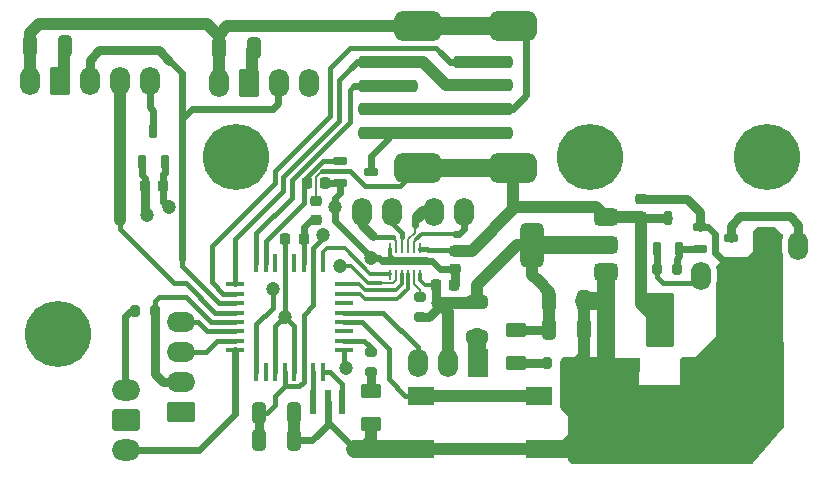
<source format=gbr>
%TF.GenerationSoftware,KiCad,Pcbnew,9.0.6*%
%TF.CreationDate,2026-01-16T11:33:12+01:00*%
%TF.ProjectId,PhatBoy_kicad_mark2025,50686174-426f-4795-9f6b-696361645f6d,rev?*%
%TF.SameCoordinates,Original*%
%TF.FileFunction,Copper,L1,Top*%
%TF.FilePolarity,Positive*%
%FSLAX46Y46*%
G04 Gerber Fmt 4.6, Leading zero omitted, Abs format (unit mm)*
G04 Created by KiCad (PCBNEW 9.0.6) date 2026-01-16 11:33:12*
%MOMM*%
%LPD*%
G01*
G04 APERTURE LIST*
G04 Aperture macros list*
%AMRoundRect*
0 Rectangle with rounded corners*
0 $1 Rounding radius*
0 $2 $3 $4 $5 $6 $7 $8 $9 X,Y pos of 4 corners*
0 Add a 4 corners polygon primitive as box body*
4,1,4,$2,$3,$4,$5,$6,$7,$8,$9,$2,$3,0*
0 Add four circle primitives for the rounded corners*
1,1,$1+$1,$2,$3*
1,1,$1+$1,$4,$5*
1,1,$1+$1,$6,$7*
1,1,$1+$1,$8,$9*
0 Add four rect primitives between the rounded corners*
20,1,$1+$1,$2,$3,$4,$5,0*
20,1,$1+$1,$4,$5,$6,$7,0*
20,1,$1+$1,$6,$7,$8,$9,0*
20,1,$1+$1,$8,$9,$2,$3,0*%
G04 Aperture macros list end*
%TA.AperFunction,SMDPad,CuDef*%
%ADD10RoundRect,0.225000X-0.225000X-0.250000X0.225000X-0.250000X0.225000X0.250000X-0.225000X0.250000X0*%
%TD*%
%TA.AperFunction,SMDPad,CuDef*%
%ADD11RoundRect,0.250000X0.625000X-0.375000X0.625000X0.375000X-0.625000X0.375000X-0.625000X-0.375000X0*%
%TD*%
%TA.AperFunction,SMDPad,CuDef*%
%ADD12RoundRect,0.200000X0.200000X0.275000X-0.200000X0.275000X-0.200000X-0.275000X0.200000X-0.275000X0*%
%TD*%
%TA.AperFunction,SMDPad,CuDef*%
%ADD13RoundRect,0.250000X-0.650000X0.325000X-0.650000X-0.325000X0.650000X-0.325000X0.650000X0.325000X0*%
%TD*%
%TA.AperFunction,SMDPad,CuDef*%
%ADD14RoundRect,0.162500X-0.447500X-0.162500X0.447500X-0.162500X0.447500X0.162500X-0.447500X0.162500X0*%
%TD*%
%TA.AperFunction,SMDPad,CuDef*%
%ADD15RoundRect,0.250000X-0.325000X-0.650000X0.325000X-0.650000X0.325000X0.650000X-0.325000X0.650000X0*%
%TD*%
%TA.AperFunction,SMDPad,CuDef*%
%ADD16R,0.279400X0.900000*%
%TD*%
%TA.AperFunction,SMDPad,CuDef*%
%ADD17R,4.000000X0.800000*%
%TD*%
%TA.AperFunction,SMDPad,CuDef*%
%ADD18RoundRect,0.162500X0.162500X-0.447500X0.162500X0.447500X-0.162500X0.447500X-0.162500X-0.447500X0*%
%TD*%
%TA.AperFunction,SMDPad,CuDef*%
%ADD19RoundRect,0.225000X0.250000X-0.225000X0.250000X0.225000X-0.250000X0.225000X-0.250000X-0.225000X0*%
%TD*%
%TA.AperFunction,SMDPad,CuDef*%
%ADD20RoundRect,0.625000X-1.375000X0.625000X-1.375000X-0.625000X1.375000X-0.625000X1.375000X0.625000X0*%
%TD*%
%TA.AperFunction,SMDPad,CuDef*%
%ADD21RoundRect,0.250000X-2.250000X0.250000X-2.250000X-0.250000X2.250000X-0.250000X2.250000X0.250000X0*%
%TD*%
%TA.AperFunction,WasherPad*%
%ADD22C,5.600000*%
%TD*%
%TA.AperFunction,SMDPad,CuDef*%
%ADD23RoundRect,0.375000X0.625000X0.375000X-0.625000X0.375000X-0.625000X-0.375000X0.625000X-0.375000X0*%
%TD*%
%TA.AperFunction,SMDPad,CuDef*%
%ADD24RoundRect,0.500000X0.500000X1.400000X-0.500000X1.400000X-0.500000X-1.400000X0.500000X-1.400000X0*%
%TD*%
%TA.AperFunction,ComponentPad*%
%ADD25O,1.700000X2.400000*%
%TD*%
%TA.AperFunction,ComponentPad*%
%ADD26RoundRect,0.250000X-0.600000X0.950000X-0.600000X-0.950000X0.600000X-0.950000X0.600000X0.950000X0*%
%TD*%
%TA.AperFunction,SMDPad,CuDef*%
%ADD27RoundRect,0.245000X-0.980000X2.055000X-0.980000X-2.055000X0.980000X-2.055000X0.980000X2.055000X0*%
%TD*%
%TA.AperFunction,SMDPad,CuDef*%
%ADD28RoundRect,0.200000X-0.275000X0.200000X-0.275000X-0.200000X0.275000X-0.200000X0.275000X0.200000X0*%
%TD*%
%TA.AperFunction,SMDPad,CuDef*%
%ADD29R,2.200000X1.500000*%
%TD*%
%TA.AperFunction,SMDPad,CuDef*%
%ADD30RoundRect,0.200000X-0.200000X-0.275000X0.200000X-0.275000X0.200000X0.275000X-0.200000X0.275000X0*%
%TD*%
%TA.AperFunction,ComponentPad*%
%ADD31O,2.400000X1.800000*%
%TD*%
%TA.AperFunction,ComponentPad*%
%ADD32RoundRect,0.250000X0.950000X-0.650000X0.950000X0.650000X-0.950000X0.650000X-0.950000X-0.650000X0*%
%TD*%
%TA.AperFunction,ComponentPad*%
%ADD33O,2.400000X1.700000*%
%TD*%
%TA.AperFunction,ComponentPad*%
%ADD34RoundRect,0.250000X-0.950000X-0.600000X0.950000X-0.600000X0.950000X0.600000X-0.950000X0.600000X0*%
%TD*%
%TA.AperFunction,SMDPad,CuDef*%
%ADD35R,0.600000X2.100000*%
%TD*%
%TA.AperFunction,SMDPad,CuDef*%
%ADD36R,0.450000X1.500000*%
%TD*%
%TA.AperFunction,SMDPad,CuDef*%
%ADD37R,1.500000X0.450000*%
%TD*%
%TA.AperFunction,ComponentPad*%
%ADD38RoundRect,0.250000X0.600000X-0.950000X0.600000X0.950000X-0.600000X0.950000X-0.600000X-0.950000X0*%
%TD*%
%TA.AperFunction,ComponentPad*%
%ADD39R,1.700000X2.400000*%
%TD*%
%TA.AperFunction,ViaPad*%
%ADD40C,1.200000*%
%TD*%
%TA.AperFunction,Conductor*%
%ADD41C,1.000000*%
%TD*%
%TA.AperFunction,Conductor*%
%ADD42C,0.400000*%
%TD*%
%TA.AperFunction,Conductor*%
%ADD43C,0.800000*%
%TD*%
%TA.AperFunction,Conductor*%
%ADD44C,1.500000*%
%TD*%
%TA.AperFunction,Conductor*%
%ADD45C,0.200000*%
%TD*%
%TA.AperFunction,Conductor*%
%ADD46C,0.600000*%
%TD*%
%TA.AperFunction,Conductor*%
%ADD47C,0.300000*%
%TD*%
G04 APERTURE END LIST*
D10*
%TO.P,R3,1*%
%TO.N,GND*%
X59220000Y-87000000D03*
%TO.P,R3,2*%
%TO.N,/IN_BATTERY*%
X60770000Y-87000000D03*
%TD*%
D11*
%TO.P,D2,1,K*%
%TO.N,GND*%
X66430000Y-102640000D03*
%TO.P,D2,2,A*%
%TO.N,Net-(D2-A)*%
X66430000Y-99840000D03*
%TD*%
D12*
%TO.P,R11,1*%
%TO.N,Net-(S1-S)*%
X92341176Y-89505686D03*
%TO.P,R11,2*%
%TO.N,Net-(J12-Pin_1)*%
X90691176Y-89505686D03*
%TD*%
D10*
%TO.P,R9,1*%
%TO.N,/LIGNE_CTRL*%
X61020000Y-82230000D03*
%TO.P,R9,2*%
%TO.N,GND*%
X62570000Y-82230000D03*
%TD*%
D13*
%TO.P,C8,1*%
%TO.N,+5V*%
X75480000Y-92300000D03*
%TO.P,C8,2*%
%TO.N,GND*%
X75480000Y-95250000D03*
%TD*%
D10*
%TO.P,C16,1*%
%TO.N,+5V*%
X71985000Y-90885000D03*
%TO.P,C16,2*%
%TO.N,GND*%
X73535000Y-90885000D03*
%TD*%
D14*
%TO.P,Q1,1,G*%
%TO.N,/LIGNE_CTRL*%
X63870000Y-80330000D03*
%TO.P,Q1,2,S*%
%TO.N,GND*%
X63870000Y-82230000D03*
%TO.P,Q1,3,D*%
%TO.N,Net-(J13-Pin_4)*%
X66490000Y-81280000D03*
%TD*%
D15*
%TO.P,C5,1*%
%TO.N,+5V*%
X53575000Y-70820000D03*
%TO.P,C5,2*%
%TO.N,GND*%
X56525000Y-70820000D03*
%TD*%
D16*
%TO.P,U4,1,VM*%
%TO.N,+BATT*%
X70589680Y-87705980D03*
%TO.P,U4,2,AOUT1*%
%TO.N,Net-(J3-Pin_1)*%
X70089300Y-87705980D03*
%TO.P,U4,3,AOUT2*%
%TO.N,Net-(J3-Pin_2)*%
X69588920Y-87705980D03*
%TO.P,U4,4,BOUT1*%
%TO.N,Net-(J4-Pin_1)*%
X69091080Y-87705980D03*
%TO.P,U4,5,BOUT2*%
%TO.N,Net-(J4-Pin_2)*%
X68590700Y-87705980D03*
D17*
%TO.P,U4,6,GND*%
%TO.N,GND*%
X69340000Y-88855000D03*
D16*
X68090320Y-87705980D03*
%TO.P,U4,7,BIN2/BEN*%
%TO.N,/BIN2*%
X68090320Y-90004020D03*
%TO.P,U4,8,BIN1/BPH*%
%TO.N,/BIN1*%
X68590700Y-90004020D03*
%TO.P,U4,9,AIN2/AEN*%
%TO.N,/AIN2*%
X69091080Y-90004020D03*
%TO.P,U4,10,AIN1/APH*%
%TO.N,/AIN1*%
X69588920Y-90004020D03*
%TO.P,U4,11,MODE*%
%TO.N,Net-(U4-MODE)*%
X70089300Y-90004020D03*
%TO.P,U4,12,VCC*%
%TO.N,+5V*%
X70589680Y-90004020D03*
%TD*%
D15*
%TO.P,C14,1*%
%TO.N,+5V*%
X57005000Y-103952233D03*
%TO.P,C14,2*%
%TO.N,GND*%
X59955000Y-103952233D03*
%TD*%
D18*
%TO.P,Q2,1,G*%
%TO.N,SHUT*%
X47090000Y-80470000D03*
%TO.P,Q2,2,S*%
%TO.N,GND*%
X48990000Y-80470000D03*
%TO.P,Q2,3,D*%
%TO.N,Net-(J1-Pin_1)*%
X48040000Y-77850000D03*
%TD*%
D19*
%TO.P,C2,1*%
%TO.N,+BATT*%
X89325000Y-85125000D03*
%TO.P,C2,2*%
%TO.N,GND*%
X89325000Y-83575000D03*
%TD*%
D20*
%TO.P,J13,*%
%TO.N,*%
X78510000Y-68960000D03*
X78510000Y-80960000D03*
D21*
%TO.P,J13,1,Pin_1*%
%TO.N,/CAPTLAVG*%
X75960000Y-71960000D03*
%TO.P,J13,2,Pin_2*%
%TO.N,/CAPTLAVD*%
X75960000Y-73960000D03*
%TO.P,J13,3,Pin_3*%
%TO.N,+5V*%
X75960000Y-75960000D03*
%TO.P,J13,4,Pin_4*%
%TO.N,Net-(J13-Pin_4)*%
X75960000Y-77960000D03*
%TD*%
D20*
%TO.P,J2,*%
%TO.N,*%
X70480000Y-68970000D03*
X70480000Y-80970000D03*
D21*
%TO.P,J2,1,Pin_1*%
%TO.N,/CAPTLAVD*%
X67930000Y-71970000D03*
%TO.P,J2,2,Pin_2*%
%TO.N,/CAPTAR*%
X67930000Y-73970000D03*
%TO.P,J2,3,Pin_3*%
%TO.N,+5V*%
X67930000Y-75970000D03*
%TO.P,J2,4,Pin_4*%
%TO.N,Net-(J13-Pin_4)*%
X67930000Y-77970000D03*
%TD*%
D22*
%TO.P,H1,*%
%TO.N,*%
X85000000Y-80000000D03*
%TD*%
%TO.P,H4,*%
%TO.N,*%
X40000000Y-95000000D03*
%TD*%
D23*
%TO.P,U3,1,GND*%
%TO.N,GND*%
X86390000Y-89740000D03*
%TO.P,U3,2,VO*%
%TO.N,+5V*%
X86390000Y-87440000D03*
D24*
X80090000Y-87440000D03*
D23*
%TO.P,U3,3,VI*%
%TO.N,+BATT*%
X86390000Y-85140000D03*
%TD*%
D25*
%TO.P,J11,1,Pin_1*%
%TO.N,Net-(J11-Pin_1)*%
X102650000Y-87525000D03*
D26*
%TO.P,J11,2,Pin_2*%
%TO.N,GND*%
X100110000Y-87525000D03*
%TD*%
D15*
%TO.P,C13,1*%
%TO.N,+5V*%
X81525000Y-94580000D03*
%TO.P,C13,2*%
%TO.N,GND*%
X84475000Y-94580000D03*
%TD*%
%TO.P,C6,1*%
%TO.N,+5V*%
X37595000Y-70630000D03*
%TO.P,C6,2*%
%TO.N,GND*%
X40545000Y-70630000D03*
%TD*%
D18*
%TO.P,S2,1,G*%
%TO.N,Net-(J12-Pin_1)*%
X90685412Y-87804984D03*
%TO.P,S2,2,S*%
%TO.N,Net-(S1-S)*%
X92585412Y-87804984D03*
%TO.P,S2,3,D*%
%TO.N,+BATT*%
X91635412Y-85184984D03*
%TD*%
D22*
%TO.P,H3,*%
%TO.N,*%
X100000000Y-80000000D03*
%TD*%
D27*
%TO.P,C1,1*%
%TO.N,+BATT*%
X90925000Y-93780000D03*
%TO.P,C1,2*%
%TO.N,GND*%
X90925000Y-102380000D03*
%TD*%
D28*
%TO.P,R6,1*%
%TO.N,/LED_B*%
X66430000Y-96570000D03*
%TO.P,R6,2*%
%TO.N,Net-(D2-A)*%
X66430000Y-98220000D03*
%TD*%
D19*
%TO.P,C15,1*%
%TO.N,GND*%
X73550000Y-89490000D03*
%TO.P,C15,2*%
%TO.N,+BATT*%
X73550000Y-87940000D03*
%TD*%
%TO.P,R1,1*%
%TO.N,/IN_BATTERY*%
X61800000Y-85315000D03*
%TO.P,R1,2*%
%TO.N,+BATT*%
X61800000Y-83765000D03*
%TD*%
D29*
%TO.P,SW1,1,1*%
%TO.N,GND*%
X80690000Y-104730000D03*
X70690000Y-104730000D03*
%TO.P,SW1,2,2*%
%TO.N,/BP_START*%
X80690000Y-100230000D03*
X70690000Y-100230000D03*
%TD*%
D30*
%TO.P,R5,1*%
%TO.N,Net-(D1-K)*%
X81370000Y-97480000D03*
%TO.P,R5,2*%
%TO.N,GND*%
X83020000Y-97480000D03*
%TD*%
D31*
%TO.P,U5,1,OUT*%
%TO.N,/REMOTE*%
X45699489Y-104807024D03*
D32*
%TO.P,U5,2,GND*%
%TO.N,GND*%
X45699489Y-102267024D03*
D31*
%TO.P,U5,3,Vs*%
%TO.N,+5V*%
X45699489Y-99727024D03*
%TD*%
D28*
%TO.P,R2,1*%
%TO.N,Net-(U4-MODE)*%
X70610000Y-91900000D03*
%TO.P,R2,2*%
%TO.N,+5V*%
X70610000Y-93550000D03*
%TD*%
D11*
%TO.P,D1,1,K*%
%TO.N,Net-(D1-K)*%
X78740000Y-97490000D03*
%TO.P,D1,2,A*%
%TO.N,+5V*%
X78740000Y-94690000D03*
%TD*%
D30*
%TO.P,R8,1*%
%TO.N,+5V*%
X46500432Y-93087835D03*
%TO.P,R8,2*%
%TO.N,/RST*%
X48150432Y-93087835D03*
%TD*%
D10*
%TO.P,R4,1*%
%TO.N,SHUT*%
X47325000Y-82470000D03*
%TO.P,R4,2*%
%TO.N,GND*%
X48875000Y-82470000D03*
%TD*%
D33*
%TO.P,J7,1,Pin_1*%
%TO.N,/RXD*%
X50393285Y-94002276D03*
%TO.P,J7,2,Pin_2*%
%TO.N,/TXD*%
X50393285Y-96542276D03*
%TO.P,J7,3,Pin_3*%
%TO.N,/RST*%
X50393285Y-99082276D03*
D34*
%TO.P,J7,4,Pin_4*%
%TO.N,GND*%
X50393285Y-101622276D03*
%TD*%
D35*
%TO.P,Y1,1,1*%
%TO.N,/XT1*%
X61595000Y-100750000D03*
%TO.P,Y1,2,2*%
%TO.N,GND*%
X62795000Y-100750000D03*
%TO.P,Y1,3,3*%
%TO.N,/XT2*%
X63995000Y-100750000D03*
%TD*%
D15*
%TO.P,C3,1*%
%TO.N,+5V*%
X81525000Y-92240000D03*
%TO.P,C3,2*%
%TO.N,GND*%
X84475000Y-92240000D03*
%TD*%
D14*
%TO.P,S1,1,G*%
%TO.N,GND*%
X94290000Y-85932500D03*
%TO.P,S1,2,S*%
%TO.N,Net-(S1-S)*%
X94290000Y-87832500D03*
%TO.P,S1,3,D*%
%TO.N,Net-(J11-Pin_1)*%
X96910000Y-86882500D03*
%TD*%
D36*
%TO.P,U1,1,(3/OC2B/INT1)PD3*%
%TO.N,/BIN1*%
X56770000Y-98190000D03*
%TO.P,U1,2,(4/T0)PD4*%
%TO.N,unconnected-(U1-(4{slash}T0)PD4-Pad2)*%
X57570000Y-98190000D03*
%TO.P,U1,3,GND*%
%TO.N,GND*%
X58370000Y-98190000D03*
%TO.P,U1,4,VCC*%
%TO.N,+5V*%
X59170000Y-98190000D03*
%TO.P,U1,5,GND*%
%TO.N,GND*%
X59970000Y-98190000D03*
%TO.P,U1,6,VCC*%
%TO.N,+5V*%
X60770000Y-98190000D03*
%TO.P,U1,7,(XTAL1)PB6*%
%TO.N,/XT1*%
X61570000Y-98190000D03*
%TO.P,U1,8,(XTAL2)PB7*%
%TO.N,/XT2*%
X62370000Y-98190000D03*
D37*
%TO.P,U1,9,(5/OC0B/T1)PD5*%
%TO.N,SHUT*%
X64170000Y-96390000D03*
%TO.P,U1,10,(6/OC0A/AIN0)PD6*%
%TO.N,/LED_B*%
X64170000Y-95590000D03*
%TO.P,U1,11,(7/AIN1)PD7*%
%TO.N,unconnected-(U1-(7{slash}AIN1)PD7-Pad11)*%
X64170000Y-94790000D03*
%TO.P,U1,12,(8)PB0*%
%TO.N,/BP_START*%
X64170000Y-93990000D03*
%TO.P,U1,13,(9/OC1A)PB1*%
%TO.N,/SERVO_G*%
X64170000Y-93190000D03*
%TO.P,U1,14,(10/OC1B/~{SS})PB2*%
%TO.N,unconnected-(U1-(10{slash}OC1B{slash}~{SS})PB2-Pad14)*%
X64170000Y-92390000D03*
%TO.P,U1,15,(11/OC2A/MOSI)PB3*%
%TO.N,/AIN1*%
X64170000Y-91590000D03*
%TO.P,U1,16,(12/MISO)PB4*%
%TO.N,/AIN2*%
X64170000Y-90790000D03*
D36*
%TO.P,U1,17,(13/SCK)PB5*%
%TO.N,/BIN2*%
X62370000Y-88990000D03*
%TO.P,U1,18,AVCC*%
%TO.N,+5V*%
X61570000Y-88990000D03*
%TO.P,U1,19,(A6)ADC6*%
%TO.N,/IN_BATTERY*%
X60770000Y-88990000D03*
%TO.P,U1,20,AREF*%
%TO.N,unconnected-(U1-AREF-Pad20)*%
X59970000Y-88990000D03*
%TO.P,U1,21,GND*%
%TO.N,GND*%
X59170000Y-88990000D03*
%TO.P,U1,22,(A7)ADC7*%
%TO.N,unconnected-(U1-(A7)ADC7-Pad22)*%
X58370000Y-88990000D03*
%TO.P,U1,23,(A0)PC0*%
%TO.N,/LIGNE_CTRL*%
X57570000Y-88990000D03*
%TO.P,U1,24,(A1)PC1*%
%TO.N,/CAPTAR*%
X56770000Y-88990000D03*
D37*
%TO.P,U1,25,(A2)PC2*%
%TO.N,/CAPTLAVD*%
X54970000Y-90790000D03*
%TO.P,U1,26,(A3)PC3*%
%TO.N,/CAPTLAVG*%
X54970000Y-91590000D03*
%TO.P,U1,27,(SDA/A4)PC4*%
%TO.N,SDA*%
X54970000Y-92390000D03*
%TO.P,U1,28,(SCL/A5)PC5*%
%TO.N,SCL*%
X54970000Y-93190000D03*
%TO.P,U1,29,(~{RESET})PC6*%
%TO.N,/RST*%
X54970000Y-93990000D03*
%TO.P,U1,30,(0/RXD)PD0*%
%TO.N,/RXD*%
X54970000Y-94790000D03*
%TO.P,U1,31,(1/TXD)PD1*%
%TO.N,/TXD*%
X54970000Y-95590000D03*
%TO.P,U1,32,(2/INT0)PD2*%
%TO.N,/REMOTE*%
X54970000Y-96390000D03*
%TD*%
D15*
%TO.P,C4,1*%
%TO.N,+5V*%
X57005000Y-101672233D03*
%TO.P,C4,2*%
%TO.N,GND*%
X59955000Y-101672233D03*
%TD*%
D22*
%TO.P,H2,*%
%TO.N,*%
X55000000Y-80000000D03*
%TD*%
D25*
%TO.P,J6,1,Pin_1*%
%TO.N,SCL*%
X61250000Y-73725000D03*
%TO.P,J6,2,Pin_2*%
%TO.N,SDA*%
X58710000Y-73725000D03*
D38*
%TO.P,J6,3,Pin_3*%
%TO.N,GND*%
X56170000Y-73725000D03*
D25*
%TO.P,J6,4,Pin_4*%
%TO.N,+5V*%
X53630000Y-73725000D03*
%TD*%
%TO.P,J12,1,Pin_1*%
%TO.N,Net-(J12-Pin_1)*%
X94375000Y-90075000D03*
D26*
%TO.P,J12,2,Pin_2*%
%TO.N,GND*%
X96915000Y-90075000D03*
%TD*%
D25*
%TO.P,J1,1,Pin_1*%
%TO.N,Net-(J1-Pin_1)*%
X47737206Y-73544687D03*
%TO.P,J1,2,Pin_2*%
%TO.N,SCL*%
X45197206Y-73544687D03*
%TO.P,J1,3,Pin_3*%
%TO.N,SDA*%
X42657206Y-73544687D03*
D38*
%TO.P,J1,4,Pin_4*%
%TO.N,GND*%
X40117206Y-73544687D03*
D25*
%TO.P,J1,5,Pin_5*%
%TO.N,+5V*%
X37577206Y-73544687D03*
%TD*%
%TO.P,J3,1,Pin_1*%
%TO.N,Net-(J3-Pin_1)*%
X74350000Y-84690000D03*
%TO.P,J3,2,Pin_2*%
%TO.N,Net-(J3-Pin_2)*%
X71810000Y-84690000D03*
%TD*%
%TO.P,J4,1,Pin_1*%
%TO.N,Net-(J4-Pin_1)*%
X68240000Y-84690000D03*
%TO.P,J4,2,Pin_2*%
%TO.N,Net-(J4-Pin_2)*%
X65700000Y-84690000D03*
%TD*%
%TO.P,J8,1,Pin_1*%
%TO.N,/SERVO_G*%
X70430000Y-97485000D03*
%TO.P,J8,2,Pin_2*%
%TO.N,+5V*%
X72970000Y-97485000D03*
D39*
%TO.P,J8,3,Pin_3*%
%TO.N,GND*%
X75510000Y-97485000D03*
%TD*%
D40*
%TO.N,GND*%
X49370000Y-84290000D03*
X65085000Y-104740000D03*
X94430000Y-104710000D03*
X66457178Y-88593674D03*
X63410000Y-84230000D03*
X59170000Y-93550000D03*
%TO.N,+5V*%
X62445000Y-86642063D03*
X72165000Y-92365000D03*
%TO.N,/BIN1*%
X63870000Y-89275000D03*
X58142737Y-91193775D03*
%TO.N,SHUT*%
X64360000Y-97890000D03*
X47530000Y-84970000D03*
%TD*%
D41*
%TO.N,+BATT*%
X78675000Y-84275000D02*
X78510000Y-84110000D01*
X87670000Y-85125000D02*
X89325000Y-85125000D01*
X86762500Y-85125000D02*
X87670000Y-85125000D01*
D42*
X73525000Y-87915000D02*
X73550000Y-87940000D01*
D41*
X78510000Y-84110000D02*
X78510000Y-80960000D01*
X85525000Y-84275000D02*
X78675000Y-84275000D01*
D42*
X64700000Y-81230000D02*
X65970000Y-82500000D01*
D43*
X91635412Y-85184984D02*
X89384984Y-85184984D01*
D44*
X78510000Y-80960000D02*
X70490000Y-80960000D01*
D42*
X68950000Y-82500000D02*
X70480000Y-80970000D01*
D41*
X87670000Y-85125000D02*
X87655000Y-85140000D01*
D42*
X71170980Y-87805980D02*
X71280000Y-87915000D01*
X65970000Y-82500000D02*
X68950000Y-82500000D01*
X71170980Y-87805980D02*
X70630000Y-87805980D01*
D41*
X87655000Y-85140000D02*
X86390000Y-85140000D01*
D45*
X62316700Y-81230000D02*
X61800000Y-81746700D01*
D41*
X70490000Y-80960000D02*
X70480000Y-80970000D01*
D42*
X71280000Y-87915000D02*
X73525000Y-87915000D01*
X70480000Y-80970000D02*
X68950000Y-80970000D01*
D41*
X75010000Y-87940000D02*
X73550000Y-87940000D01*
X86390000Y-85140000D02*
X85525000Y-84275000D01*
D45*
X89384984Y-85184984D02*
X89325000Y-85125000D01*
X61800000Y-81746700D02*
X61800000Y-83765000D01*
D42*
X62316700Y-81230000D02*
X64700000Y-81230000D01*
D41*
X89325000Y-92505000D02*
X89325000Y-85125000D01*
X78675000Y-84275000D02*
X75010000Y-87940000D01*
X90900000Y-94080000D02*
X89325000Y-92505000D01*
D44*
%TO.N,GND*%
X85830000Y-92240000D02*
X86390000Y-91680000D01*
D46*
X73550000Y-90870000D02*
X73535000Y-90885000D01*
D44*
X75480000Y-97455000D02*
X75510000Y-97485000D01*
D46*
X62820000Y-100775000D02*
X62795000Y-100750000D01*
D44*
X75480000Y-95250000D02*
X75480000Y-97455000D01*
D46*
X48875000Y-83795000D02*
X49370000Y-84290000D01*
D44*
X86380000Y-97560000D02*
X86805000Y-97985000D01*
D42*
X58370000Y-94350000D02*
X58370000Y-98200000D01*
D41*
X80680000Y-104740000D02*
X80690000Y-104730000D01*
D44*
X84070000Y-102130000D02*
X84020000Y-102080000D01*
D46*
X48990000Y-81360000D02*
X48875000Y-81475000D01*
D41*
X84475000Y-94580000D02*
X84475000Y-92240000D01*
D42*
X59955000Y-98215000D02*
X59970000Y-98200000D01*
D46*
X59957233Y-103950000D02*
X61510000Y-103950000D01*
D44*
X86805000Y-97985000D02*
X90900000Y-102080000D01*
D41*
X40470000Y-70705000D02*
X40470000Y-73191893D01*
X84475000Y-96895000D02*
X84475000Y-94580000D01*
D46*
X48875000Y-82470000D02*
X48875000Y-83795000D01*
D44*
X80690000Y-104730000D02*
X82970000Y-104730000D01*
D46*
X63850000Y-82250000D02*
X63870000Y-82230000D01*
X95600000Y-88110000D02*
X96915000Y-89425000D01*
X66135000Y-88175000D02*
X63410000Y-85450000D01*
D43*
X93205000Y-83575000D02*
X89325000Y-83575000D01*
D46*
X69340000Y-88855000D02*
X71650000Y-88855000D01*
X63410000Y-83510000D02*
X63850000Y-83070000D01*
X66457178Y-88593674D02*
X67118674Y-88593674D01*
D43*
X73550000Y-89490000D02*
X73550000Y-90870000D01*
D44*
X84020000Y-102080000D02*
X86630000Y-102080000D01*
X92720000Y-102080000D02*
X90900000Y-102080000D01*
D46*
X94290000Y-85932500D02*
X95032500Y-85932500D01*
D41*
X83020000Y-97480000D02*
X83020000Y-101080000D01*
D46*
X59955000Y-103952233D02*
X59957233Y-103950000D01*
D41*
X70690000Y-104730000D02*
X70700000Y-104740000D01*
D46*
X63850000Y-83070000D02*
X63850000Y-82250000D01*
D44*
X86390000Y-89740000D02*
X86380000Y-89750000D01*
D46*
X48990000Y-80470000D02*
X48990000Y-81360000D01*
D41*
X83020000Y-97480000D02*
X83890000Y-97480000D01*
X66430000Y-104000000D02*
X65690000Y-104740000D01*
X86300000Y-97480000D02*
X86805000Y-97985000D01*
D46*
X40470000Y-73191893D02*
X40117206Y-73544687D01*
D42*
X59220000Y-87000000D02*
X59220000Y-88940000D01*
D46*
X48875000Y-81475000D02*
X48875000Y-82470000D01*
D41*
X83020000Y-101080000D02*
X84020000Y-102080000D01*
D46*
X56525000Y-70820000D02*
X56420000Y-70925000D01*
X56420000Y-73222645D02*
X56080000Y-73562645D01*
X40545000Y-70630000D02*
X40470000Y-70705000D01*
D44*
X86390000Y-91680000D02*
X86390000Y-89740000D01*
X86630000Y-102080000D02*
X90900000Y-102080000D01*
D47*
X68547500Y-88855000D02*
X69340000Y-88855000D01*
D41*
X83020000Y-97480000D02*
X86300000Y-97480000D01*
D46*
X61848354Y-103611646D02*
X61858354Y-103611646D01*
D41*
X65690000Y-104740000D02*
X65085000Y-104740000D01*
D44*
X96915000Y-97885000D02*
X92720000Y-102080000D01*
D46*
X62820000Y-102475000D02*
X62820000Y-100775000D01*
X95600000Y-86500000D02*
X95600000Y-88110000D01*
D44*
X70680000Y-104740000D02*
X70690000Y-104730000D01*
D41*
X70700000Y-104740000D02*
X80680000Y-104740000D01*
D44*
X84070000Y-103630000D02*
X84070000Y-102130000D01*
D46*
X67118674Y-88593674D02*
X67380000Y-88855000D01*
D41*
X66430000Y-102640000D02*
X66430000Y-104000000D01*
X56420000Y-70925000D02*
X56420000Y-73222645D01*
D44*
X86380000Y-89750000D02*
X86380000Y-97560000D01*
X65085000Y-104740000D02*
X70680000Y-104740000D01*
D42*
X59170000Y-93550000D02*
X59170000Y-89000000D01*
D47*
X68090320Y-88397820D02*
X68547500Y-88855000D01*
D46*
X62820000Y-102475000D02*
X65085000Y-104740000D01*
X61510000Y-103950000D02*
X61848354Y-103611646D01*
X96915000Y-89425000D02*
X96915000Y-90075000D01*
X63410000Y-84230000D02*
X63410000Y-83510000D01*
D45*
X59220000Y-88940000D02*
X59170000Y-88990000D01*
D46*
X66457178Y-88593674D02*
X66135000Y-88271496D01*
D41*
X83890000Y-97480000D02*
X84475000Y-96895000D01*
D44*
X84475000Y-92240000D02*
X85830000Y-92240000D01*
D45*
X90790000Y-101970000D02*
X90900000Y-102080000D01*
D47*
X68090320Y-87805980D02*
X68090320Y-88397820D01*
D43*
X94290000Y-85932500D02*
X94290000Y-84660000D01*
D46*
X62820000Y-102650000D02*
X62820000Y-102475000D01*
X61858354Y-103611646D02*
X62820000Y-102650000D01*
X71650000Y-88855000D02*
X72285000Y-89490000D01*
X95032500Y-85932500D02*
X95600000Y-86500000D01*
D41*
X59955000Y-101672233D02*
X59955000Y-103952233D01*
D44*
X82970000Y-104730000D02*
X84070000Y-103630000D01*
D46*
X66135000Y-88271496D02*
X66135000Y-88175000D01*
D42*
X59170000Y-93550000D02*
X58370000Y-94350000D01*
D44*
X96915000Y-90075000D02*
X96915000Y-97885000D01*
D46*
X67380000Y-88855000D02*
X69340000Y-88855000D01*
X72285000Y-89490000D02*
X73550000Y-89490000D01*
X63870000Y-82230000D02*
X62570000Y-82230000D01*
D42*
X59170000Y-93550000D02*
X59970000Y-94350000D01*
D43*
X94290000Y-84660000D02*
X93205000Y-83575000D01*
D42*
X59970000Y-94350000D02*
X59970000Y-98200000D01*
D46*
X63410000Y-85450000D02*
X63410000Y-84230000D01*
%TO.N,+5V*%
X46112165Y-93087835D02*
X45680000Y-93520000D01*
D43*
X71985000Y-92185000D02*
X71985000Y-90885000D01*
D46*
X78460000Y-75960000D02*
X75960000Y-75960000D01*
D42*
X60770000Y-93375000D02*
X60770000Y-99050000D01*
D46*
X78500000Y-68970000D02*
X78510000Y-68960000D01*
D43*
X57005000Y-103952233D02*
X57005000Y-101672233D01*
D42*
X58320000Y-100275000D02*
X59170000Y-99425000D01*
D41*
X53575000Y-69685000D02*
X54290000Y-68970000D01*
D46*
X37595000Y-73526893D02*
X37577206Y-73544687D01*
D41*
X37595000Y-70630000D02*
X37595000Y-69550262D01*
X67930000Y-75970000D02*
X75950000Y-75970000D01*
D42*
X60770000Y-99050000D02*
X60395000Y-99425000D01*
D46*
X78510000Y-68960000D02*
X79610000Y-70060000D01*
D42*
X62445000Y-86845000D02*
X61570000Y-87720000D01*
D41*
X53575000Y-69765000D02*
X53575000Y-70820000D01*
D43*
X80090000Y-87440000D02*
X80090000Y-88090000D01*
X71385000Y-93550000D02*
X70610000Y-93550000D01*
D41*
X75480000Y-90820000D02*
X78860000Y-87440000D01*
X38365262Y-68780000D02*
X52590000Y-68780000D01*
D43*
X78740000Y-94690000D02*
X81415000Y-94690000D01*
D41*
X81525000Y-92240000D02*
X81525000Y-91415000D01*
D46*
X79610000Y-70060000D02*
X79610000Y-74810000D01*
D43*
X81415000Y-94690000D02*
X81525000Y-94580000D01*
D41*
X75950000Y-75970000D02*
X75960000Y-75960000D01*
X81525000Y-91415000D02*
X80660000Y-90550000D01*
X37595000Y-70630000D02*
X37595000Y-73526893D01*
D42*
X61570000Y-92575000D02*
X60770000Y-93375000D01*
D41*
X75415000Y-92365000D02*
X75480000Y-92300000D01*
D42*
X59170000Y-99425000D02*
X59170000Y-98200000D01*
D41*
X53575000Y-70820000D02*
X53575000Y-73527645D01*
X80660000Y-90550000D02*
X80660000Y-90540000D01*
D43*
X72165000Y-92365000D02*
X72175000Y-92365000D01*
D42*
X60395000Y-99425000D02*
X59170000Y-99425000D01*
X58320000Y-101050000D02*
X58320000Y-100275000D01*
D46*
X46500432Y-93087835D02*
X46112165Y-93087835D01*
D41*
X72970000Y-97485000D02*
X72970000Y-93170000D01*
D46*
X45680000Y-99707535D02*
X45699489Y-99727024D01*
D41*
X72970000Y-93170000D02*
X72165000Y-92365000D01*
X81525000Y-94580000D02*
X81525000Y-92240000D01*
X52590000Y-68780000D02*
X53575000Y-69765000D01*
D42*
X57697767Y-101672233D02*
X58320000Y-101050000D01*
D46*
X79610000Y-74810000D02*
X78460000Y-75960000D01*
D42*
X46505000Y-93083267D02*
X46500432Y-93087835D01*
D43*
X72165000Y-92365000D02*
X71985000Y-92185000D01*
D46*
X45680000Y-93520000D02*
X45680000Y-99707535D01*
D41*
X80090000Y-89970000D02*
X80660000Y-90540000D01*
X37595000Y-69550262D02*
X38365262Y-68780000D01*
D42*
X61570000Y-87720000D02*
X61570000Y-92575000D01*
X62445000Y-86642063D02*
X62445000Y-86845000D01*
D41*
X72165000Y-92365000D02*
X75415000Y-92365000D01*
X80090000Y-87440000D02*
X80090000Y-89970000D01*
D46*
X53575000Y-73527645D02*
X53540000Y-73562645D01*
D47*
X70589680Y-89904020D02*
X70589680Y-90439680D01*
D44*
X80090000Y-87440000D02*
X86390000Y-87440000D01*
D43*
X72165000Y-92365000D02*
X72165000Y-92770000D01*
D44*
X70480000Y-68970000D02*
X78500000Y-68970000D01*
D47*
X70589680Y-90439680D02*
X71035000Y-90885000D01*
D41*
X75480000Y-92300000D02*
X75480000Y-90820000D01*
D43*
X72165000Y-92770000D02*
X71385000Y-93550000D01*
D41*
X54290000Y-68970000D02*
X70480000Y-68970000D01*
D42*
X57005000Y-101672233D02*
X57697767Y-101672233D01*
D41*
X53575000Y-70820000D02*
X53575000Y-69685000D01*
D47*
X71035000Y-90885000D02*
X71985000Y-90885000D01*
D41*
X78860000Y-87440000D02*
X80090000Y-87440000D01*
D46*
%TO.N,Net-(J13-Pin_4)*%
X67930000Y-78480000D02*
X67930000Y-77970000D01*
X66490000Y-79920000D02*
X67930000Y-78480000D01*
D41*
X67940000Y-77960000D02*
X67930000Y-77970000D01*
X75960000Y-77960000D02*
X67940000Y-77960000D01*
D46*
X66490000Y-81280000D02*
X66490000Y-79920000D01*
D42*
%TO.N,/CAPTAR*%
X56770000Y-87760000D02*
X56770000Y-88990000D01*
X64650000Y-74320000D02*
X64650000Y-77090000D01*
X59760000Y-83450000D02*
X56760000Y-86450000D01*
X56760000Y-86450000D02*
X56760000Y-87750000D01*
X65000000Y-73970000D02*
X64650000Y-74320000D01*
D46*
X65000000Y-73970000D02*
X67930000Y-73970000D01*
D42*
X64650000Y-77090000D02*
X59760000Y-81980000D01*
X59760000Y-81980000D02*
X59760000Y-83450000D01*
X56760000Y-87750000D02*
X56770000Y-87760000D01*
D45*
%TO.N,Net-(J3-Pin_2)*%
X69588920Y-87001080D02*
X70160000Y-86430000D01*
D41*
X70410000Y-85110000D02*
X70830000Y-84690000D01*
D46*
X70410000Y-85110000D02*
X70160000Y-85360000D01*
D45*
X69588920Y-87805980D02*
X69588920Y-87001080D01*
X70160000Y-86430000D02*
X70160000Y-85790000D01*
D41*
X70830000Y-84690000D02*
X71810000Y-84690000D01*
D46*
X70160000Y-85360000D02*
X70160000Y-85790000D01*
D45*
%TO.N,Net-(J3-Pin_1)*%
X70313440Y-86990000D02*
X70089300Y-87214140D01*
D47*
X70803440Y-86500000D02*
X70313440Y-86990000D01*
D45*
X70089300Y-87214140D02*
X70089300Y-87805980D01*
D46*
X73950000Y-86500000D02*
X74350000Y-86100000D01*
D47*
X73570000Y-86500000D02*
X70803440Y-86500000D01*
D46*
X73570000Y-86500000D02*
X73950000Y-86500000D01*
X74350000Y-86100000D02*
X74350000Y-84690000D01*
D43*
%TO.N,Net-(J4-Pin_2)*%
X65700000Y-85780000D02*
X66670000Y-86750000D01*
D42*
X68070000Y-86810000D02*
X66730000Y-86810000D01*
X66730000Y-86810000D02*
X66670000Y-86750000D01*
D43*
X65700000Y-84420000D02*
X65700000Y-85780000D01*
D45*
X68590700Y-87100700D02*
X68590700Y-87805980D01*
X68300000Y-86810000D02*
X68590700Y-87100700D01*
D42*
X68070000Y-86810000D02*
X68300000Y-86810000D01*
%TO.N,Net-(J4-Pin_1)*%
X68240000Y-85620000D02*
X68240000Y-84690000D01*
X69091080Y-86471080D02*
X68240000Y-85620000D01*
X69091080Y-86821080D02*
X69091080Y-86471080D01*
D45*
X69091080Y-87805980D02*
X69091080Y-86821080D01*
D42*
%TO.N,/RXD*%
X51802276Y-94002276D02*
X50393285Y-94002276D01*
X52590000Y-94790000D02*
X51802276Y-94002276D01*
X54970000Y-94790000D02*
X52590000Y-94790000D01*
D43*
%TO.N,/RST*%
X48150432Y-98350432D02*
X48150432Y-93087835D01*
D42*
X52940000Y-93990000D02*
X54970000Y-93990000D01*
D43*
X48882276Y-99082276D02*
X48150432Y-98350432D01*
X50393285Y-99082276D02*
X48882276Y-99082276D01*
D42*
X48150432Y-93087835D02*
X48150432Y-92228199D01*
X50837552Y-91887552D02*
X52940000Y-93990000D01*
X48491079Y-91887552D02*
X50837552Y-91887552D01*
X48150432Y-92228199D02*
X48491079Y-91887552D01*
%TO.N,/TXD*%
X50393285Y-96542276D02*
X52497724Y-96542276D01*
X53450000Y-95590000D02*
X54970000Y-95590000D01*
X52497724Y-96542276D02*
X53450000Y-95590000D01*
D43*
%TO.N,Net-(J11-Pin_1)*%
X97720000Y-85010000D02*
X101910000Y-85010000D01*
X96910000Y-86882500D02*
X96910000Y-85820000D01*
X96910000Y-85820000D02*
X97720000Y-85010000D01*
X102650000Y-85750000D02*
X102650000Y-87525000D01*
X101910000Y-85010000D02*
X102650000Y-85750000D01*
D42*
%TO.N,/CAPTLAVG*%
X58330000Y-82230000D02*
X52990000Y-87570000D01*
D46*
X73150000Y-71960000D02*
X75960000Y-71960000D01*
D42*
X52990000Y-87570000D02*
X52990000Y-90610000D01*
X71980000Y-70790000D02*
X64670000Y-70790000D01*
X58330000Y-81180000D02*
X58330000Y-82230000D01*
X52990000Y-90610000D02*
X53970000Y-91590000D01*
X64670000Y-70790000D02*
X62960000Y-72500000D01*
X53970000Y-91590000D02*
X54970000Y-91590000D01*
X62960000Y-72500000D02*
X62960000Y-76550000D01*
D46*
X72410000Y-71220000D02*
X73150000Y-71960000D01*
D42*
X62960000Y-76550000D02*
X58330000Y-81180000D01*
X72410000Y-71220000D02*
X71980000Y-70790000D01*
%TO.N,/CAPTLAVD*%
X54990000Y-90770000D02*
X54970000Y-90790000D01*
X64860000Y-72380000D02*
X63770000Y-73470000D01*
X59020000Y-81740000D02*
X59020000Y-82920000D01*
D46*
X65270000Y-71970000D02*
X64860000Y-72380000D01*
D41*
X72860000Y-73960000D02*
X70870000Y-71970000D01*
D42*
X63770000Y-73470000D02*
X63770000Y-76990000D01*
X63770000Y-76990000D02*
X59020000Y-81740000D01*
X54990000Y-86950000D02*
X54990000Y-90770000D01*
D41*
X70870000Y-71970000D02*
X67930000Y-71970000D01*
D46*
X67930000Y-71970000D02*
X65270000Y-71970000D01*
D41*
X75960000Y-73960000D02*
X72860000Y-73960000D01*
D42*
X59020000Y-82920000D02*
X54990000Y-86950000D01*
D45*
%TO.N,Net-(U4-MODE)*%
X70610000Y-91300000D02*
X70610000Y-91900000D01*
X70089300Y-89904020D02*
X70089300Y-90779300D01*
X70089300Y-90779300D02*
X70610000Y-91300000D01*
D46*
%TO.N,Net-(S1-S)*%
X92585412Y-87804984D02*
X92585412Y-88394588D01*
X92341176Y-88638824D02*
X92341176Y-89505686D01*
X92585412Y-88394588D02*
X92341176Y-88638824D01*
X94262484Y-87804984D02*
X94290000Y-87832500D01*
X92585412Y-87804984D02*
X94262484Y-87804984D01*
D42*
%TO.N,/BP_START*%
X70690000Y-100230000D02*
X69380000Y-100230000D01*
X69380000Y-100230000D02*
X67977909Y-98827909D01*
X67977909Y-96311361D02*
X65666548Y-94000000D01*
D41*
X70690000Y-100230000D02*
X80690000Y-100230000D01*
D42*
X67977909Y-98827909D02*
X67977909Y-96311361D01*
X65666548Y-94000000D02*
X64170000Y-94000000D01*
D47*
%TO.N,/BIN2*%
X62370000Y-88990000D02*
X62370000Y-88090000D01*
X62370000Y-88090000D02*
X62730000Y-87730000D01*
X62730000Y-87730000D02*
X64250000Y-87730000D01*
X64250000Y-87730000D02*
X66424020Y-89904020D01*
X66424020Y-89904020D02*
X68090320Y-89904020D01*
D46*
%TO.N,/REMOTE*%
X54970000Y-101799752D02*
X54970000Y-96390000D01*
X51939752Y-104830000D02*
X54970000Y-101799752D01*
X45722465Y-104830000D02*
X51939752Y-104830000D01*
X45699489Y-104807024D02*
X45722465Y-104830000D01*
D42*
%TO.N,/LIGNE_CTRL*%
X60770000Y-83910000D02*
X60770000Y-82480000D01*
X61020000Y-81676758D02*
X61020000Y-82230000D01*
X57570000Y-87110000D02*
X60770000Y-83910000D01*
X62366758Y-80330000D02*
X61020000Y-81676758D01*
X63870000Y-80330000D02*
X62366758Y-80330000D01*
X57570000Y-88990000D02*
X57570000Y-87110000D01*
X60770000Y-82480000D02*
X61020000Y-82230000D01*
D46*
%TO.N,/IN_BATTERY*%
X61800000Y-85315000D02*
X61795000Y-85320000D01*
D42*
X60770000Y-87000000D02*
X60770000Y-88990000D01*
D46*
X60770000Y-85930000D02*
X60770000Y-87000000D01*
X61795000Y-85320000D02*
X61380000Y-85320000D01*
X61380000Y-85320000D02*
X60770000Y-85930000D01*
D47*
%TO.N,/AIN2*%
X68570000Y-91300000D02*
X65928520Y-91300000D01*
X69091080Y-89904020D02*
X69091080Y-90778920D01*
X65428521Y-90800000D02*
X64170000Y-90800000D01*
X65928520Y-91300000D02*
X65428521Y-90800000D01*
X69091080Y-90778920D02*
X68570000Y-91300000D01*
D43*
%TO.N,SDA*%
X43460000Y-70990000D02*
X42657206Y-71792794D01*
D46*
X50470000Y-73690000D02*
X50470000Y-76800000D01*
X50470000Y-73060000D02*
X50470000Y-73690000D01*
X51350000Y-75920000D02*
X50470000Y-76800000D01*
D43*
X49390000Y-71860000D02*
X48520000Y-70990000D01*
D42*
X53620000Y-92390000D02*
X54970000Y-92390000D01*
D46*
X58620000Y-75440000D02*
X58140000Y-75920000D01*
D42*
X50470000Y-89240000D02*
X53620000Y-92390000D01*
D43*
X48520000Y-70990000D02*
X43460000Y-70990000D01*
D46*
X58620000Y-73562645D02*
X58620000Y-75440000D01*
X58140000Y-75920000D02*
X51350000Y-75920000D01*
D43*
X42657206Y-71792794D02*
X42657206Y-73544687D01*
D42*
X50470000Y-88620000D02*
X50470000Y-89240000D01*
D46*
X50470000Y-73690000D02*
X50470000Y-72940000D01*
X50470000Y-72940000D02*
X48520000Y-70990000D01*
X50470000Y-76800000D02*
X50470000Y-88620000D01*
D42*
%TO.N,/XT2*%
X63995000Y-100750000D02*
X64020000Y-100725000D01*
X63020000Y-98200000D02*
X62370000Y-98200000D01*
X64020000Y-99200000D02*
X63020000Y-98200000D01*
X64020000Y-100725000D02*
X64020000Y-99200000D01*
D47*
%TO.N,/AIN1*%
X68680000Y-92080000D02*
X69592080Y-91167920D01*
X66000000Y-92080000D02*
X68680000Y-92080000D01*
X64170000Y-91590000D02*
X65510000Y-91590000D01*
X69592080Y-91167920D02*
X69592080Y-89904020D01*
X65510000Y-91590000D02*
X66000000Y-92080000D01*
D42*
%TO.N,/BIN1*%
X56770000Y-94190000D02*
X56770000Y-98200000D01*
D47*
X66190000Y-90680000D02*
X64785000Y-89275000D01*
D45*
X68366119Y-90683011D02*
X68590700Y-90458430D01*
D42*
X58140000Y-92820000D02*
X56770000Y-94190000D01*
D45*
X68590700Y-90458430D02*
X68590700Y-89904020D01*
D42*
X58142737Y-91193775D02*
X58140000Y-91196512D01*
D45*
X67275540Y-90680000D02*
X67278551Y-90683011D01*
D47*
X67275540Y-90680000D02*
X66190000Y-90680000D01*
X64785000Y-89275000D02*
X63870000Y-89275000D01*
D45*
X67278551Y-90683011D02*
X68366119Y-90683011D01*
D42*
X58140000Y-91196512D02*
X58140000Y-92820000D01*
%TO.N,SHUT*%
X64170000Y-97700000D02*
X64360000Y-97890000D01*
D46*
X47325000Y-82470000D02*
X47325000Y-81765000D01*
D43*
X47320000Y-82475000D02*
X47325000Y-82470000D01*
X47530000Y-84970000D02*
X47320000Y-84760000D01*
D46*
X47325000Y-81765000D02*
X47090000Y-81530000D01*
D42*
X64170000Y-96390000D02*
X64170000Y-97700000D01*
D46*
X47090000Y-81530000D02*
X47090000Y-80470000D01*
D43*
X47320000Y-84760000D02*
X47320000Y-82475000D01*
D41*
%TO.N,SCL*%
X45197206Y-85317206D02*
X45197206Y-73544687D01*
D42*
X45197206Y-86107206D02*
X49820000Y-90730000D01*
X45197206Y-85317206D02*
X45197206Y-86107206D01*
X53290000Y-93190000D02*
X54970000Y-93190000D01*
X49820000Y-90730000D02*
X50830000Y-90730000D01*
X50830000Y-90730000D02*
X53290000Y-93190000D01*
%TO.N,/XT1*%
X61595000Y-100750000D02*
X61570000Y-100725000D01*
X61570000Y-100725000D02*
X61570000Y-98200000D01*
%TO.N,/SERVO_G*%
X70430000Y-96120000D02*
X70430000Y-97485000D01*
X67510000Y-93200000D02*
X70430000Y-96120000D01*
X64170000Y-93200000D02*
X67510000Y-93200000D01*
%TO.N,Net-(J12-Pin_1)*%
X90691176Y-90171176D02*
X91220000Y-90700000D01*
X93750000Y-90700000D02*
X94375000Y-90075000D01*
D46*
X90685412Y-87804984D02*
X90685412Y-89499922D01*
D42*
X90691176Y-89505686D02*
X90691176Y-90171176D01*
X91220000Y-90700000D02*
X93750000Y-90700000D01*
D46*
X90685412Y-89499922D02*
X90691176Y-89505686D01*
D42*
%TO.N,/LED_B*%
X65900000Y-95590000D02*
X64170000Y-95590000D01*
X66430000Y-96570000D02*
X66430000Y-96120000D01*
X66430000Y-96120000D02*
X65900000Y-95590000D01*
D46*
%TO.N,Net-(J1-Pin_1)*%
X47737206Y-75787206D02*
X47737206Y-73544687D01*
X48040000Y-77850000D02*
X48040000Y-76090000D01*
X48040000Y-76090000D02*
X47737206Y-75787206D01*
D43*
%TO.N,Net-(D1-K)*%
X81360000Y-97490000D02*
X81370000Y-97480000D01*
X78740000Y-97490000D02*
X81360000Y-97490000D01*
%TO.N,Net-(D2-A)*%
X66430000Y-98220000D02*
X66430000Y-99840000D01*
%TD*%
%TA.AperFunction,Conductor*%
%TO.N,GND*%
G36*
X100686177Y-85930185D02*
G01*
X100706819Y-85946819D01*
X101306450Y-86546450D01*
X101321032Y-86573155D01*
X101337592Y-86598677D01*
X101338569Y-86605273D01*
X101339935Y-86607773D01*
X101342768Y-86633589D01*
X101343519Y-86805440D01*
X101337451Y-86844300D01*
X101332754Y-86858755D01*
X101299500Y-87068713D01*
X101299500Y-87981286D01*
X101332754Y-88191246D01*
X101343815Y-88225288D01*
X101349883Y-88263064D01*
X101413903Y-102923401D01*
X101394511Y-102990525D01*
X101383628Y-103005131D01*
X98826819Y-105956689D01*
X98768047Y-105994472D01*
X98733095Y-105999500D01*
X83487745Y-105999500D01*
X83420706Y-105979815D01*
X83399387Y-105962499D01*
X83175642Y-105735258D01*
X83142633Y-105673677D01*
X83140000Y-105648259D01*
X83140000Y-97651465D01*
X83159685Y-97584426D01*
X83178716Y-97561450D01*
X83715212Y-97053153D01*
X83777413Y-97021337D01*
X83800130Y-97019171D01*
X89093065Y-97003962D01*
X89160159Y-97023453D01*
X89206066Y-97076126D01*
X89217412Y-97129363D01*
X89192636Y-99320905D01*
X89192637Y-99320905D01*
X89192637Y-99320906D01*
X92667735Y-99335693D01*
X92661054Y-97117723D01*
X92680536Y-97050628D01*
X92733202Y-97004714D01*
X92784693Y-96993354D01*
X93871445Y-96990232D01*
X95667750Y-95252822D01*
X95675945Y-90810807D01*
X95682013Y-90772736D01*
X95692246Y-90741243D01*
X95725500Y-90531287D01*
X95725500Y-89618713D01*
X95692246Y-89408757D01*
X95684714Y-89385576D01*
X95684324Y-89383101D01*
X95683604Y-89381976D01*
X95678646Y-89347037D01*
X95678685Y-89326110D01*
X95698495Y-89259109D01*
X95711197Y-89242640D01*
X96340102Y-88555293D01*
X96399879Y-88519122D01*
X96431586Y-88515000D01*
X98299355Y-88515000D01*
X98299356Y-88515000D01*
X98780000Y-87992690D01*
X98780000Y-86342238D01*
X98799685Y-86275199D01*
X98818184Y-86252731D01*
X99139158Y-85944993D01*
X99201172Y-85912806D01*
X99224974Y-85910500D01*
X100619138Y-85910500D01*
X100686177Y-85930185D01*
G37*
%TD.AperFunction*%
%TD*%
M02*

</source>
